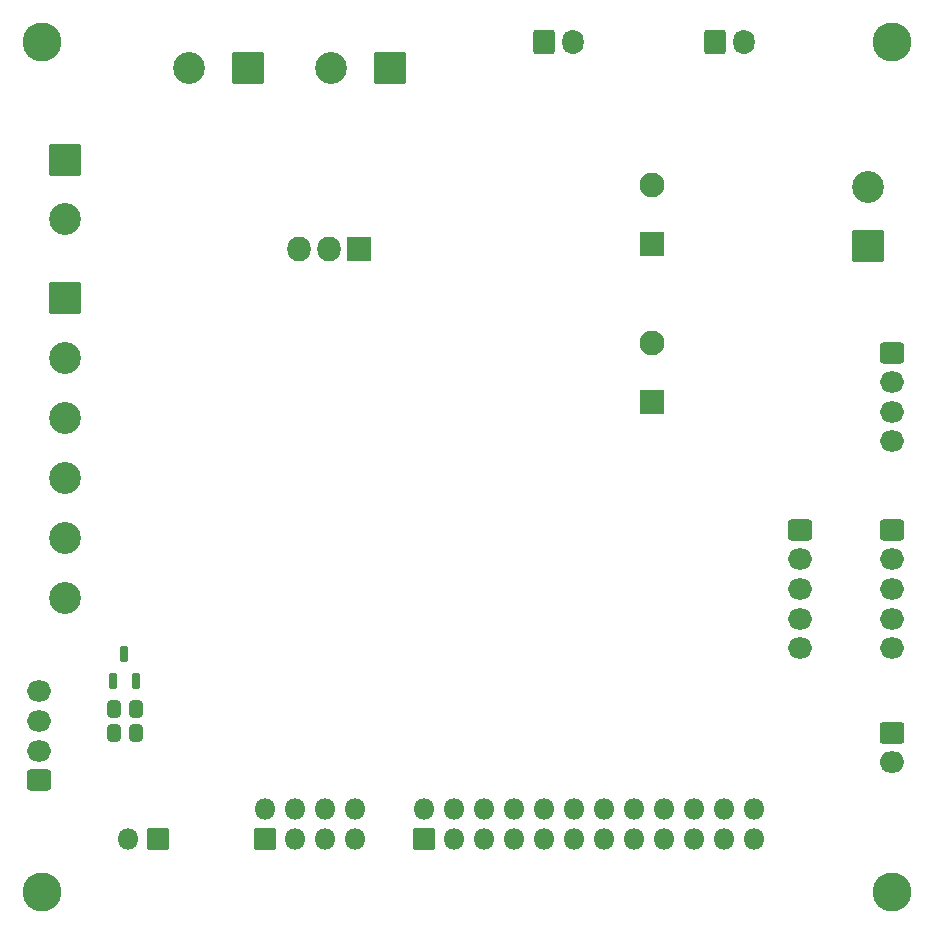
<source format=gbr>
%TF.GenerationSoftware,KiCad,Pcbnew,8.0.1*%
%TF.CreationDate,2024-04-03T21:04:39-04:00*%
%TF.ProjectId,ambiens-sc1,616d6269-656e-4732-9d73-63312e6b6963,rev?*%
%TF.SameCoordinates,Original*%
%TF.FileFunction,Soldermask,Bot*%
%TF.FilePolarity,Negative*%
%FSLAX46Y46*%
G04 Gerber Fmt 4.6, Leading zero omitted, Abs format (unit mm)*
G04 Created by KiCad (PCBNEW 8.0.1) date 2024-04-03 21:04:39*
%MOMM*%
%LPD*%
G01*
G04 APERTURE LIST*
G04 Aperture macros list*
%AMRoundRect*
0 Rectangle with rounded corners*
0 $1 Rounding radius*
0 $2 $3 $4 $5 $6 $7 $8 $9 X,Y pos of 4 corners*
0 Add a 4 corners polygon primitive as box body*
4,1,4,$2,$3,$4,$5,$6,$7,$8,$9,$2,$3,0*
0 Add four circle primitives for the rounded corners*
1,1,$1+$1,$2,$3*
1,1,$1+$1,$4,$5*
1,1,$1+$1,$6,$7*
1,1,$1+$1,$8,$9*
0 Add four rect primitives between the rounded corners*
20,1,$1+$1,$2,$3,$4,$5,0*
20,1,$1+$1,$4,$5,$6,$7,0*
20,1,$1+$1,$6,$7,$8,$9,0*
20,1,$1+$1,$8,$9,$2,$3,0*%
G04 Aperture macros list end*
%ADD10RoundRect,0.050800X1.300000X1.300000X-1.300000X1.300000X-1.300000X-1.300000X1.300000X-1.300000X0*%
%ADD11C,2.701600*%
%ADD12RoundRect,0.050800X-1.300000X1.300000X-1.300000X-1.300000X1.300000X-1.300000X1.300000X1.300000X0*%
%ADD13RoundRect,0.050800X1.000000X-1.000000X1.000000X1.000000X-1.000000X1.000000X-1.000000X-1.000000X0*%
%ADD14C,2.101600*%
%ADD15RoundRect,0.050800X0.952500X1.000000X-0.952500X1.000000X-0.952500X-1.000000X0.952500X-1.000000X0*%
%ADD16O,2.006600X2.101600*%
%ADD17RoundRect,0.264941X-0.760859X0.635859X-0.760859X-0.635859X0.760859X-0.635859X0.760859X0.635859X0*%
%ADD18O,2.051600X1.801600*%
%ADD19RoundRect,0.050800X0.850000X-0.850000X0.850000X0.850000X-0.850000X0.850000X-0.850000X-0.850000X0*%
%ADD20O,1.801600X1.801600*%
%ADD21C,3.301600*%
%ADD22RoundRect,0.264941X-0.635859X-0.785859X0.635859X-0.785859X0.635859X0.785859X-0.635859X0.785859X0*%
%ADD23O,1.801600X2.101600*%
%ADD24RoundRect,0.264941X0.760859X-0.635859X0.760859X0.635859X-0.760859X0.635859X-0.760859X-0.635859X0*%
%ADD25RoundRect,0.050800X-0.850000X0.850000X-0.850000X-0.850000X0.850000X-0.850000X0.850000X0.850000X0*%
%ADD26RoundRect,0.050800X1.300000X-1.300000X1.300000X1.300000X-1.300000X1.300000X-1.300000X-1.300000X0*%
%ADD27RoundRect,0.264941X-0.785859X0.635859X-0.785859X-0.635859X0.785859X-0.635859X0.785859X0.635859X0*%
%ADD28O,2.101600X1.801600*%
%ADD29RoundRect,0.274780X0.288520X0.476020X-0.288520X0.476020X-0.288520X-0.476020X0.288520X-0.476020X0*%
%ADD30RoundRect,0.175400X0.175400X-0.537900X0.175400X0.537900X-0.175400X0.537900X-0.175400X-0.537900X0*%
%ADD31RoundRect,0.274780X-0.288520X-0.476020X0.288520X-0.476020X0.288520X0.476020X-0.288520X0.476020X0*%
G04 APERTURE END LIST*
D10*
%TO.C,J4*%
X158000000Y-50250000D03*
D11*
X153000000Y-50250000D03*
%TD*%
D12*
%TO.C,J7*%
X130500000Y-69680000D03*
D11*
X130500000Y-74759999D03*
X130500000Y-79840000D03*
X130500000Y-84920000D03*
X130500000Y-90000000D03*
X130500000Y-95080000D03*
%TD*%
D13*
%TO.C,C1*%
X180175000Y-65117678D03*
D14*
X180175000Y-60117678D03*
%TD*%
D15*
%TO.C,Q2*%
X155369999Y-65570000D03*
D16*
X152829999Y-65570000D03*
X150290000Y-65570000D03*
%TD*%
D17*
%TO.C,J8*%
X200457322Y-74325000D03*
D18*
X200457322Y-76825000D03*
X200457322Y-79325000D03*
X200457322Y-81825000D03*
%TD*%
D19*
%TO.C,J14*%
X147410000Y-115532934D03*
D20*
X147410000Y-112992934D03*
X149950000Y-115532934D03*
X149950000Y-112992934D03*
X152489999Y-115532934D03*
X152490000Y-112992934D03*
X155030000Y-115532934D03*
X155030000Y-112992934D03*
%TD*%
D21*
%TO.C,H3*%
X128500000Y-120000000D03*
%TD*%
D22*
%TO.C,J1*%
X171000000Y-48000000D03*
D23*
X173500000Y-48000000D03*
%TD*%
D24*
%TO.C,J12*%
X128250000Y-110500000D03*
D18*
X128250000Y-108000000D03*
X128250000Y-105500000D03*
X128250000Y-103000000D03*
%TD*%
D25*
%TO.C,J13*%
X138365000Y-115532934D03*
D20*
X135825000Y-115532934D03*
%TD*%
D19*
%TO.C,J15*%
X160860000Y-115532934D03*
D20*
X160860000Y-112992934D03*
X163400000Y-115532934D03*
X163400000Y-112992934D03*
X165940000Y-115532934D03*
X165940000Y-112992934D03*
X168480000Y-115532934D03*
X168480000Y-112992934D03*
X171020000Y-115532934D03*
X171020000Y-112992934D03*
X173560000Y-115532934D03*
X173560000Y-112992934D03*
X176100000Y-115532934D03*
X176100000Y-112992934D03*
X178640000Y-115532934D03*
X178640000Y-112992934D03*
X181180000Y-115532934D03*
X181180000Y-112992934D03*
X183720000Y-115532934D03*
X183720000Y-112992934D03*
X186260000Y-115532934D03*
X186260000Y-112992934D03*
X188800000Y-115532934D03*
X188800000Y-112992934D03*
%TD*%
D13*
%TO.C,C2*%
X180175000Y-78475000D03*
D14*
X180175000Y-73475000D03*
%TD*%
D21*
%TO.C,H2*%
X200500000Y-48000000D03*
%TD*%
D12*
%TO.C,J5*%
X130500000Y-58030000D03*
D11*
X130500000Y-63030000D03*
%TD*%
D21*
%TO.C,H1*%
X128500000Y-48000000D03*
%TD*%
D26*
%TO.C,J6*%
X198457322Y-65325000D03*
D11*
X198457322Y-60325000D03*
%TD*%
D17*
%TO.C,J9*%
X192700000Y-89325000D03*
D18*
X192700000Y-91825000D03*
X192700000Y-94325000D03*
X192700000Y-96825000D03*
X192700000Y-99325000D03*
%TD*%
D21*
%TO.C,H4*%
X200500000Y-120000000D03*
%TD*%
D10*
%TO.C,J3*%
X146000000Y-50250000D03*
D11*
X141000000Y-50250000D03*
%TD*%
D17*
%TO.C,J10*%
X200500001Y-89325000D03*
D18*
X200500001Y-91825000D03*
X200500001Y-94325000D03*
X200500001Y-96825000D03*
X200500001Y-99325000D03*
%TD*%
D22*
%TO.C,J2*%
X185500000Y-48000000D03*
D23*
X188000000Y-48000000D03*
%TD*%
D27*
%TO.C,J11*%
X200500000Y-106500000D03*
D28*
X200500000Y-109000000D03*
%TD*%
D29*
%TO.C,R19*%
X136450000Y-104524799D03*
X134625000Y-104524799D03*
%TD*%
D30*
%TO.C,Q4*%
X136449999Y-102077500D03*
X134550001Y-102077500D03*
X135500000Y-99802500D03*
%TD*%
D31*
%TO.C,R20*%
X134625000Y-106500000D03*
X136450000Y-106500000D03*
%TD*%
M02*

</source>
